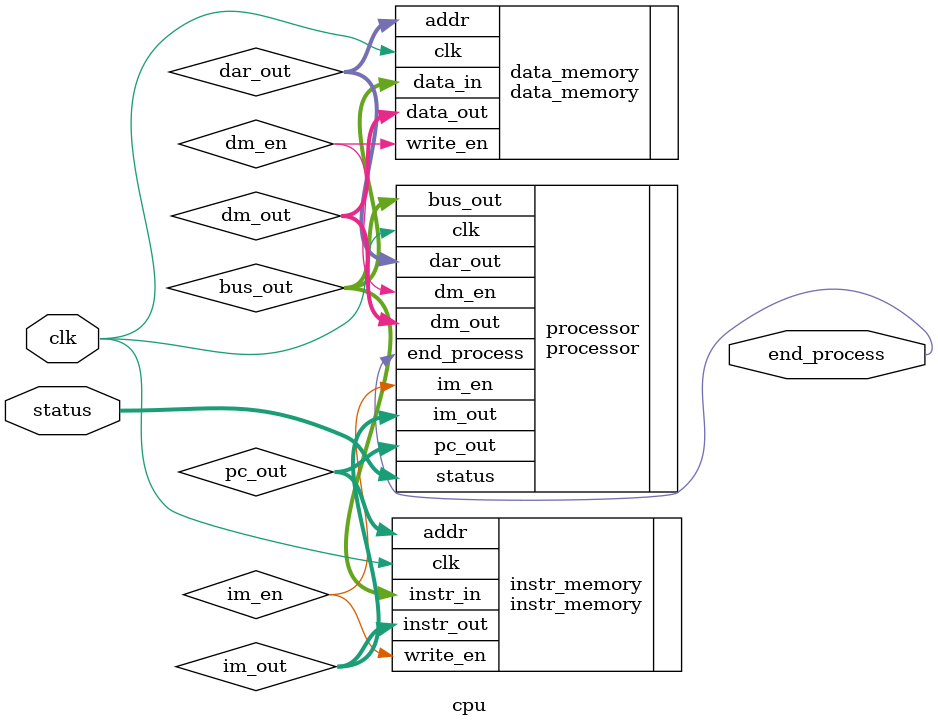
<source format=v>
module cpu(
	input clk,
	input [1:0] status,
	output end_process
	);
	
	wire dm_en;
	wire im_en;
	wire [15:0] pc_out;
	wire [15:0] dar_out;
	wire [15:0] bus_out;
	wire [7:0] dm_out;
	wire [15:0] im_out;
	
	processor processor(.clk(clk), .dm_out(dm_out), .im_out(im_out), .status(status), .dm_en(dm_en), .im_en(im_en), .pc_out(pc_out), .dar_out(dar_out), .bus_out(bus_out), .end_process(end_process));
	data_memory data_memory(.clk(clk), .write_en(dm_en), .addr(dar_out), .data_in(bus_out), .data_out(dm_out));
	instr_memory instr_memory(.clk(clk), .write_en(im_en), .addr(pc_out), .instr_in(bus_out), .instr_out(im_out));
	
endmodule
</source>
